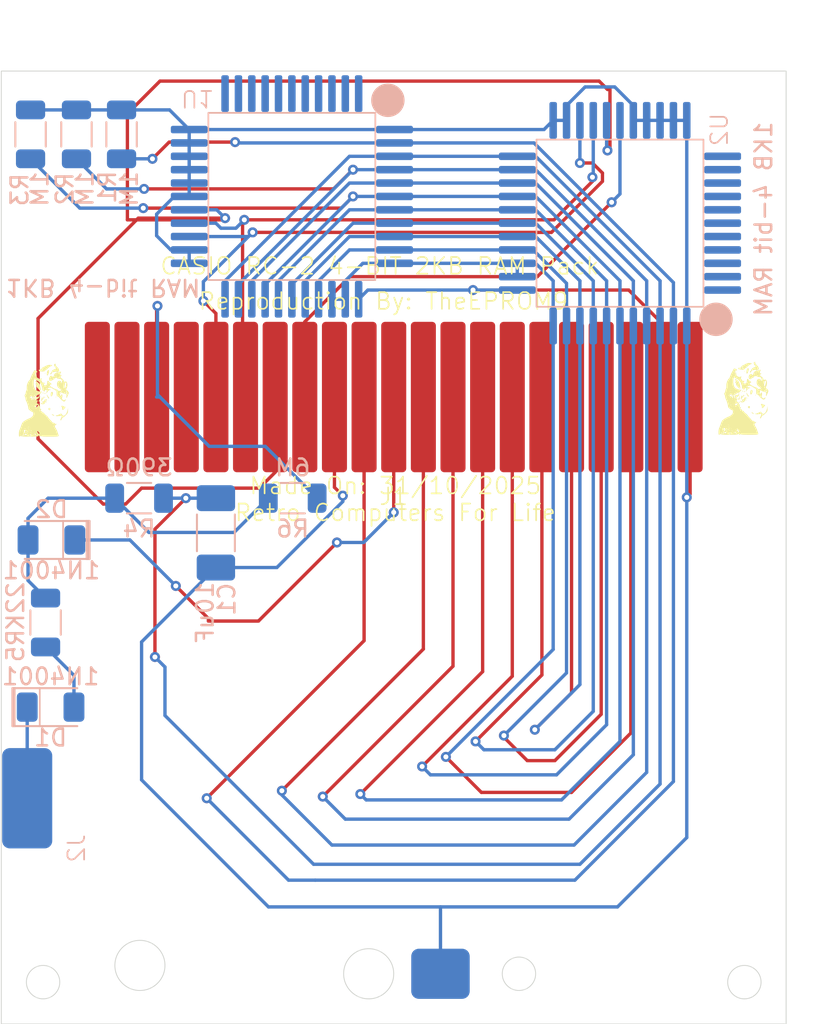
<source format=kicad_pcb>
(kicad_pcb (version 20241229) (generator "pcbnew") (generator_version "9.0")
  (layers (0 "F.Cu" signal) (2 "B.Cu" signal) (13 "F.Paste" user) (15 "B.Paste" user) (5 "F.SilkS" user "F.Silkscreen") (7 "B.SilkS" user "B.Silkscreen") (1 "F.Mask" user) (3 "B.Mask" user) (25 "Edge.Cuts" user))
  (net 0 "")
  (net 1 "Net-(U1-VDD1)")
  (net 2 "Net-(J1-Pin_21)")
  (net 3 "Net-(D1-K)")
  (net 4 "Net-(D1-A)")
  (net 5 "Net-(D2-K)")
  (net 6 "Net-(D2-A)")
  (net 7 "Net-(J1-Pin_13)")
  (net 8 "Net-(J1-Pin_15)")
  (net 9 "Net-(J1-Pin_5)")
  (net 10 "Net-(J1-Pin_17)")
  (net 11 "Net-(J1-Pin_8)")
  (net 12 "Net-(J1-Pin_18)")
  (net 13 "Net-(J1-Pin_20)")
  (net 14 "Net-(J1-Pin_16)")
  (net 15 "Net-(J1-Pin_19)")
  (net 16 "Net-(J1-Pin_3)")
  (net 18 "Net-(J1-Pin_7)")
  (net 19 "Net-(J1-Pin_10)")
  (net 20 "Net-(J1-Pin_14)")
  (net 21 "Net-(J1-Pin_12)")
  (net 24 "Net-(J1-Pin_6)")
  (footprint "Custom_Reto_Chips:Lion_Logo" (layer "F.Cu") (at 102.55 64.661754)
    (property "Reference" "G***" (hide yes))
    (property "Value" "LOGO" (hide yes))
  )
  (footprint "Custom_Reto_Chips:CASIO_RC-2_RAM_Pinheadder" (layer "F.Cu") (at 123.5 69)
    (property "Reference" "J1" (at 0 1.45 0) (layer "F.SilkS") (effects (font (thickness 0.1))))
    (property "Value" "Conn_01x21_Pin" (hide yes))
    (pad "1" smd roundrect (at -17.75 -4.5) (size 1.5 9) (layers "F.Cu" "F.Mask" "F.Paste") (roundrect_rratio 0.15))
    (pad "2" smd roundrect (at -15.975 -4.5) (size 1.5 9) (layers "F.Cu" "F.Mask" "F.Paste") (roundrect_rratio 0.15))
    (pad "3" smd roundrect (at -14.2 -4.5) (size 1.5 9) (layers "F.Cu" "F.Mask" "F.Paste") (roundrect_rratio 0.15) (net 16 "Net-(J1-Pin_3)"))
    (pad "4" smd roundrect (at -12.425 -4.5) (size 1.5 9) (layers "F.Cu" "F.Mask" "F.Paste") (roundrect_rratio 0.15))
    (pad "5" smd roundrect (at -10.65 -4.5) (size 1.5 9) (layers "F.Cu" "F.Mask" "F.Paste") (roundrect_rratio 0.15) (net 9 "Net-(J1-Pin_5)"))
    (pad "6" smd roundrect (at -8.875 -4.5) (size 1.5 9) (layers "F.Cu" "F.Mask" "F.Paste") (roundrect_rratio 0.15) (net 24 "Net-(J1-Pin_6)"))
    (pad "7" smd roundrect (at -7.1 -4.5) (size 1.5 9) (layers "F.Cu" "F.Mask" "F.Paste") (roundrect_rratio 0.15) (net 18 "Net-(J1-Pin_7)"))
    (pad "8" smd roundrect (at -5.325 -4.5) (size 1.5 9) (layers "F.Cu" "F.Mask" "F.Paste") (roundrect_rratio 0.15) (net 11 "Net-(J1-Pin_8)"))
    (pad "9" smd roundrect (at -3.55 -4.5) (size 1.5 9) (layers "F.Cu" "F.Mask" "F.Paste") (roundrect_rratio 0.15) (net 2 "Net-(J1-Pin_21)"))
    (pad "10" smd roundrect (at -1.775 -4.5) (size 1.5 9) (layers "F.Cu" "F.Mask" "F.Paste") (roundrect_rratio 0.15) (net 19 "Net-(J1-Pin_10)"))
    (pad "11" smd roundrect (at 0 -4.5) (size 1.5 9) (layers "F.Cu" "F.Mask" "F.Paste") (roundrect_rratio 0.15) (net 5 "Net-(D2-K)"))
    (pad "12" smd roundrect (at 1.775 -4.5) (size 1.5 9) (layers "F.Cu" "F.Mask" "F.Paste") (roundrect_rratio 0.15) (net 21 "Net-(J1-Pin_12)"))
    (pad "13" smd roundrect (at 3.55 -4.5) (size 1.5 9) (layers "F.Cu" "F.Mask" "F.Paste") (roundrect_rratio 0.15) (net 7 "Net-(J1-Pin_13)"))
    (pad "14" smd roundrect (at 5.325 -4.5) (size 1.5 9) (layers "F.Cu" "F.Mask" "F.Paste") (roundrect_rratio 0.15) (net 20 "Net-(J1-Pin_14)"))
    (pad "15" smd roundrect (at 7.1 -4.5) (size 1.5 9) (layers "F.Cu" "F.Mask" "F.Paste") (roundrect_rratio 0.15) (net 8 "Net-(J1-Pin_15)"))
    (pad "16" smd roundrect (at 8.875 -4.5) (size 1.5 9) (layers "F.Cu" "F.Mask" "F.Paste") (roundrect_rratio 0.15) (net 14 "Net-(J1-Pin_16)"))
    (pad "17" smd roundrect (at 10.65 -4.5) (size 1.5 9) (layers "F.Cu" "F.Mask" "F.Paste") (roundrect_rratio 0.15) (net 10 "Net-(J1-Pin_17)"))
    (pad "18" smd roundrect (at 12.425 -4.5) (size 1.5 9) (layers "F.Cu" "F.Mask" "F.Paste") (roundrect_rratio 0.15) (net 12 "Net-(J1-Pin_18)"))
    (pad "19" smd roundrect (at 14.2 -4.5) (size 1.5 9) (layers "F.Cu" "F.Mask" "F.Paste") (roundrect_rratio 0.15) (net 15 "Net-(J1-Pin_19)"))
    (pad "20" smd roundrect (at 15.975 -4.5) (size 1.5 9) (layers "F.Cu" "F.Mask" "F.Paste") (roundrect_rratio 0.15) (net 13 "Net-(J1-Pin_20)"))
    (pad "21" smd roundrect (at 17.75 -4.5) (size 1.5 9) (layers "F.Cu" "F.Mask" "F.Paste") (roundrect_rratio 0.15) (net 2 "Net-(J1-Pin_21)"))
  )
  (footprint "Custom_Reto_Chips:Lion_Logo" (layer "F.Cu") (at 144.45 64.55)
    (property "Reference" "G***" (hide yes))
    (property "Value" "LOGO" (hide yes))
  )
  (footprint "Resistor_SMD:R_1206_3216Metric" (layer "B.Cu") (at 104.5 48.7875 -90)
    (property "Reference" "R2" (at 3.2625 0.7 90) (layer "B.SilkS") (effects (justify mirror)))
    (property "Value" "1M" (at 3.2625 -0.5 90) (layer "B.SilkS") (effects (justify mirror)))
    (pad "1" smd roundrect (at -1.4625 0 270) (size 1.125 1.75) (layers "B.Cu" "B.Mask" "B.Paste") (roundrect_rratio 0.222222) (net 2 "Net-(J1-Pin_21)"))
    (pad "2" smd roundrect (at 1.4625 0 270) (size 1.125 1.75) (layers "B.Cu" "B.Mask" "B.Paste") (roundrect_rratio 0.222222) (net 21 "Net-(J1-Pin_12)"))
  )
  (footprint "Custom_Reto_Chips:HD61914" (layer "B.Cu") (at 148.55 54.6 -90)
    (property "Reference" "U2" (at -6.1 5.55 90) (layer "B.SilkS") (effects (font (thickness 0.1)) (justify mirror)))
    (property "Value" "~" (hide yes))
    (fp_text user "1KB 4-bit RAM" (at -0.75 2.9 90) (layer "B.SilkS") (effects (justify mirror)))
    (pad "1" smd roundrect (at 5.65 7.5 270) (size 2.2 0.45) (layers "B.Cu" "B.Mask" "B.Paste") (net 2 "Net-(J1-Pin_21)"))
    (pad "2" smd roundrect (at 5.65 8.3 270) (size 2.2 0.45) (layers "B.Cu" "B.Mask" "B.Paste") (net 19 "Net-(J1-Pin_10)"))
    (pad "3" smd roundrect (at 5.65 9.1 270) (size 2.2 0.45) (layers "B.Cu" "B.Mask" "B.Paste") (net 1 "Net-(U1-VDD1)"))
    (pad "4" smd roundrect (at 5.65 9.9 270) (size 2.2 0.45) (layers "B.Cu" "B.Mask" "B.Paste") (net 21 "Net-(J1-Pin_12)"))
    (pad "5" smd roundrect (at 5.65 10.7 270) (size 2.2 0.45) (layers "B.Cu" "B.Mask" "B.Paste") (net 7 "Net-(J1-Pin_13)"))
    (pad "6" smd roundrect (at 5.65 11.5 270) (size 2.2 0.45) (layers "B.Cu" "B.Mask" "B.Paste") (net 20 "Net-(J1-Pin_14)"))
    (pad "7" smd roundrect (at 5.65 12.3 270) (size 2.2 0.45) (layers "B.Cu" "B.Mask" "B.Paste") (net 8 "Net-(J1-Pin_15)"))
    (pad "8" smd roundrect (at 5.65 13.1 270) (size 2.2 0.45) (layers "B.Cu" "B.Mask" "B.Paste") (net 14 "Net-(J1-Pin_16)"))
    (pad "9" smd roundrect (at 5.65 13.9 270) (size 2.2 0.45) (layers "B.Cu" "B.Mask" "B.Paste") (net 10 "Net-(J1-Pin_17)"))
    (pad "10" smd roundrect (at 5.65 14.7 270) (size 2.2 0.45) (layers "B.Cu" "B.Mask" "B.Paste") (net 12 "Net-(J1-Pin_18)"))
    (pad "11" smd roundrect (at 5.65 15.5 270) (size 2.2 0.45) (layers "B.Cu" "B.Mask" "B.Paste") (net 15 "Net-(J1-Pin_19)"))
    (pad "12" smd roundrect (at 3.5 17.65 270) (size 0.45 2.2) (layers "B.Cu" "B.Mask" "B.Paste") (net 13 "Net-(J1-Pin_20)"))
    (pad "13" smd roundrect (at 2.7 17.65 270) (size 0.45 2.2) (layers "B.Cu" "B.Mask" "B.Paste") (net 15 "Net-(J1-Pin_19)"))
    (pad "14" smd roundrect (at 1.9 17.65 270) (size 0.45 2.2) (layers "B.Cu" "B.Mask" "B.Paste") (net 15 "Net-(J1-Pin_19)"))
    (pad "15" smd roundrect (at 1.1 17.65 270) (size 0.45 2.2) (layers "B.Cu" "B.Mask" "B.Paste") (net 12 "Net-(J1-Pin_18)"))
    (pad "16" smd roundrect (at 0.3 17.65 270) (size 0.45 2.2) (layers "B.Cu" "B.Mask" "B.Paste") (net 10 "Net-(J1-Pin_17)"))
    (pad "17" smd roundrect (at -0.5 17.65 270) (size 0.45 2.2) (layers "B.Cu" "B.Mask" "B.Paste") (net 14 "Net-(J1-Pin_16)"))
    (pad "18" smd roundrect (at -1.3 17.65 270) (size 0.45 2.2) (layers "B.Cu" "B.Mask" "B.Paste") (net 8 "Net-(J1-Pin_15)"))
    (pad "19" smd roundrect (at -2.1 17.65 270) (size 0.45 2.2) (layers "B.Cu" "B.Mask" "B.Paste") (net 20 "Net-(J1-Pin_14)"))
    (pad "20" smd roundrect (at -2.9 17.65 270) (size 0.45 2.2) (layers "B.Cu" "B.Mask" "B.Paste") (net 7 "Net-(J1-Pin_13)"))
    (pad "21" smd roundrect (at -3.7 17.65 270) (size 0.45 2.2) (layers "B.Cu" "B.Mask" "B.Paste") (net 21 "Net-(J1-Pin_12)"))
    (pad "22" smd roundrect (at -4.5 17.65 270) (size 0.45 2.2) (layers "B.Cu" "B.Mask" "B.Paste") (net 1 "Net-(U1-VDD1)"))
    (pad "23" smd roundrect (at -6.65 15.5 270) (size 2.2 0.45) (layers "B.Cu" "B.Mask" "B.Paste") (net 2 "Net-(J1-Pin_21)"))
    (pad "24" smd roundrect (at -6.65 14.7 270) (size 2.2 0.45) (layers "B.Cu" "B.Mask" "B.Paste") (net 2 "Net-(J1-Pin_21)"))
    (pad "25" smd roundrect (at -6.65 13.9 270) (size 2.2 0.45) (layers "B.Cu" "B.Mask" "B.Paste") (net 9 "Net-(J1-Pin_5)"))
    (pad "26" smd roundrect (at -6.65 13.1 270) (size 2.2 0.45) (layers "B.Cu" "B.Mask" "B.Paste") (net 24 "Net-(J1-Pin_6)"))
    (pad "27" smd roundrect (at -6.65 12.3 270) (size 2.2 0.45) (layers "B.Cu" "B.Mask" "B.Paste") (net 18 "Net-(J1-Pin_7)"))
    (pad "28" smd roundrect (at -6.65 11.5 270) (size 2.2 0.45) (layers "B.Cu" "B.Mask" "B.Paste") (net 11 "Net-(J1-Pin_8)"))
    (pad "29" smd roundrect (at -6.65 10.7 270) (size 2.2 0.45) (layers "B.Cu" "B.Mask" "B.Paste") (net 2 "Net-(J1-Pin_21)"))
    (pad "30" smd roundrect (at -6.65 9.9 270) (size 2.2 0.45) (layers "B.Cu" "B.Mask" "B.Paste") (net 2 "Net-(J1-Pin_21)"))
    (pad "31" smd roundrect (at -6.65 9.1 270) (size 2.2 0.45) (layers "B.Cu" "B.Mask" "B.Paste") (net 2 "Net-(J1-Pin_21)"))
    (pad "32" smd roundrect (at -6.65 8.3 270) (size 2.2 0.45) (layers "B.Cu" "B.Mask" "B.Paste") (net 2 "Net-(J1-Pin_21)"))
    (pad "33" smd roundrect (at -6.65 7.5 270) (size 2.2 0.45) (layers "B.Cu" "B.Mask" "B.Paste") (net 2 "Net-(J1-Pin_21)"))
    (pad "34" smd roundrect (at -4.5 5.35 270) (size 0.45 2.2) (layers "B.Cu" "B.Mask" "B.Paste"))
    (pad "35" smd roundrect (at -3.7 5.35 270) (size 0.45 2.2) (layers "B.Cu" "B.Mask" "B.Paste"))
    (pad "36" smd roundrect (at -2.9 5.35 270) (size 0.45 2.2) (layers "B.Cu" "B.Mask" "B.Paste"))
    (pad "37" smd roundrect (at -2.1 5.35 270) (size 0.45 2.2) (layers "B.Cu" "B.Mask" "B.Paste"))
    (pad "38" smd roundrect (at -1.3 5.35 270) (size 0.45 2.2) (layers "B.Cu" "B.Mask" "B.Paste"))
    (pad "39" smd roundrect (at -0.5 5.35 270) (size 0.45 2.2) (layers "B.Cu" "B.Mask" "B.Paste"))
    (pad "40" smd roundrect (at 0.3 5.35 270) (size 0.45 2.2) (layers "B.Cu" "B.Mask" "B.Paste"))
    (pad "41" smd roundrect (at 1.1 5.35 270) (size 0.45 2.2) (layers "B.Cu" "B.Mask" "B.Paste"))
    (pad "42" smd roundrect (at 1.9 5.35 270) (size 0.45 2.2) (layers "B.Cu" "B.Mask" "B.Paste"))
    (pad "43" smd roundrect (at 2.7 5.35 270) (size 0.45 2.2) (layers "B.Cu" "B.Mask" "B.Paste"))
    (pad "44" smd roundrect (at 3.5 5.35 270) (size 0.45 2.2) (layers "B.Cu" "B.Mask" "B.Paste"))
  )
  (footprint "Diode_SMD:D_1206_3216Metric" (layer "B.Cu") (at 103 73.05 180)
    (property "Reference" "D2" (at 0 1.83 0) (layer "B.SilkS") (effects (justify mirror)))
    (property "Value" "1N4001" (at 0 -1.83 0) (layer "B.SilkS") (effects (justify mirror)))
    (pad "1" smd roundrect (at -1.4 0 180) (size 1.25 1.75) (layers "B.Cu" "B.Mask" "B.Paste") (roundrect_rratio 0.2) (net 5 "Net-(D2-K)"))
    (pad "2" smd roundrect (at 1.4 0 180) (size 1.25 1.75) (layers "B.Cu" "B.Mask" "B.Paste") (roundrect_rratio 0.2) (net 6 "Net-(D2-A)"))
  )
  (footprint "Resistor_SMD:R_1206_3216Metric" (layer "B.Cu") (at 117.45 70.55)
    (property "Reference" "R6" (at 0 1.83 180) (layer "B.SilkS") (effects (justify mirror)))
    (property "Value" "6M" (at 0 -1.83 180) (layer "B.SilkS") (effects (justify mirror)))
    (pad "1" smd roundrect (at -1.4625 0) (size 1.125 1.75) (layers "B.Cu" "B.Mask" "B.Paste") (roundrect_rratio 0.222222) (net 6 "Net-(D2-A)"))
    (pad "2" smd roundrect (at 1.4625 0) (size 1.125 1.75) (layers "B.Cu" "B.Mask" "B.Paste") (roundrect_rratio 0.222222) (net 16 "Net-(J1-Pin_3)"))
  )
  (footprint "Resistor_SMD:R_1206_3216Metric" (layer "B.Cu") (at 108.25 70.55)
    (property "Reference" "R4" (at 0 1.83 180) (layer "B.SilkS") (effects (justify mirror)))
    (property "Value" "390Ω" (at 0 -1.83 180) (layer "B.SilkS") (effects (justify mirror)))
    (pad "1" smd roundrect (at -1.4625 0) (size 1.125 1.75) (layers "B.Cu" "B.Mask" "B.Paste") (roundrect_rratio 0.222222) (net 6 "Net-(D2-A)"))
    (pad "2" smd roundrect (at 1.4625 0) (size 1.125 1.75) (layers "B.Cu" "B.Mask" "B.Paste") (roundrect_rratio 0.222222) (net 1 "Net-(U1-VDD1)"))
  )
  (footprint "Diode_SMD:D_1206_3216Metric" (layer "B.Cu") (at 102.95 83.05)
    (property "Reference" "D1" (at 0 1.83 0) (layer "B.SilkS") (effects (justify mirror)))
    (property "Value" "1N4001" (at 0 -1.83 0) (layer "B.SilkS") (effects (justify mirror)))
    (pad "1" smd roundrect (at -1.4 0) (size 1.25 1.75) (layers "B.Cu" "B.Mask" "B.Paste") (roundrect_rratio 0.2) (net 3 "Net-(D1-K)"))
    (pad "2" smd roundrect (at 1.4 0) (size 1.25 1.75) (layers "B.Cu" "B.Mask" "B.Paste") (roundrect_rratio 0.2) (net 4 "Net-(D1-A)"))
  )
  (footprint "Capacitor_SMD:C_1808_4520Metric" (layer "B.Cu") (at 112.85 72.625 90)
    (property "Reference" "C1" (at -3.975 0.65 90) (layer "B.SilkS") (effects (justify mirror)))
    (property "Value" "10uF" (at -4.775 -0.65 90) (layer "B.SilkS") (effects (justify mirror)))
    (pad "1" smd roundrect (at -2.075 0 90) (size 1.55 2.3) (layers "B.Cu" "B.Mask" "B.Paste") (roundrect_rratio 0.16129) (net 2 "Net-(J1-Pin_21)"))
    (pad "2" smd roundrect (at 2.075 0 90) (size 1.55 2.3) (layers "B.Cu" "B.Mask" "B.Paste") (roundrect_rratio 0.16129) (net 1 "Net-(U1-VDD1)"))
  )
  (footprint "Resistor_SMD:R_1206_3216Metric" (layer "B.Cu") (at 107.2 48.7875 -90)
    (property "Reference" "R1" (at 3.1625 0.85 90) (layer "B.SilkS") (effects (justify mirror)))
    (property "Value" "1M" (at 3.2625 -0.45 90) (layer "B.SilkS") (effects (justify mirror)))
    (pad "1" smd roundrect (at -1.4625 0 270) (size 1.125 1.75) (layers "B.Cu" "B.Mask" "B.Paste") (roundrect_rratio 0.222222) (net 2 "Net-(J1-Pin_21)"))
    (pad "2" smd roundrect (at 1.4625 0 270) (size 1.125 1.75) (layers "B.Cu" "B.Mask" "B.Paste") (roundrect_rratio 0.222222) (net 19 "Net-(J1-Pin_10)"))
  )
  (footprint "Resistor_SMD:R_1206_3216Metric" (layer "B.Cu") (at 101.75 48.7875 -90)
    (property "Reference" "R3" (at 3.3125 0.65 90) (layer "B.SilkS") (effects (justify mirror)))
    (property "Value" "1M" (at 3.2625 -0.55 90) (layer "B.SilkS") (effects (justify mirror)))
    (pad "1" smd roundrect (at -1.4625 0 270) (size 1.125 1.75) (layers "B.Cu" "B.Mask" "B.Paste") (roundrect_rratio 0.222222) (net 2 "Net-(J1-Pin_21)"))
    (pad "2" smd roundrect (at 1.4625 0 270) (size 1.125 1.75) (layers "B.Cu" "B.Mask" "B.Paste") (roundrect_rratio 0.222222) (net 20 "Net-(J1-Pin_14)"))
  )
  (footprint "Custom_Reto_Chips:CR2023_Battery_Terminal" (layer "B.Cu") (at 131.55 91.5 -90)
    (property "Reference" "J2" (at 0 27.05 90) (layer "B.SilkS") (effects (font (thickness 0.1)) (justify mirror)))
    (property "Value" "Conn_01x02_Pin" (hide yes))
    (pad "1" smd roundrect (at 7.5 5.25 270) (size 3 3.5) (layers "B.Cu" "B.Mask" "B.Paste") (roundrect_rratio 0.15) (net 2 "Net-(J1-Pin_21)"))
    (pad "2" smd roundrect (at -3 30 270) (size 6 3) (layers "B.Cu" "B.Mask" "B.Paste") (roundrect_rratio 0.15) (net 3 "Net-(D1-K)"))
  )
  (footprint "Resistor_SMD:R_1206_3216Metric" (layer "B.Cu") (at 102.65 77.9875 90)
    (property "Reference" "R5" (at -1.3875 -1.8 90) (layer "B.SilkS") (effects (justify mirror)))
    (property "Value" "22K" (at 0.9625 -1.8 90) (layer "B.SilkS") (effects (justify mirror)))
    (pad "1" smd roundrect (at -1.4625 0 90) (size 1.125 1.75) (layers "B.Cu" "B.Mask" "B.Paste") (roundrect_rratio 0.222222) (net 4 "Net-(D1-A)"))
    (pad "2" smd roundrect (at 1.4625 0 90) (size 1.125 1.75) (layers "B.Cu" "B.Mask" "B.Paste") (roundrect_rratio 0.222222) (net 6 "Net-(D2-A)"))
  )
  (footprint "Custom_Reto_Chips:HD61914" (layer "B.Cu") (at 117.9 41)
    (property "Reference" "U1" (at -6.15 5.65 180) (layer "B.SilkS") (effects (font (thickness 0.1)) (justify mirror)))
    (property "Value" "~" (hide yes))
    (fp_text user "1KB 4-bit RAM" (at -11.8 16.95 180) (layer "B.SilkS") (effects (justify mirror)))
    (pad "1" smd roundrect (at 5.65 7.5) (size 2.2 0.45) (layers "B.Cu" "B.Mask" "B.Paste") (net 2 "Net-(J1-Pin_21)"))
    (pad "2" smd roundrect (at 5.65 8.3) (size 2.2 0.45) (layers "B.Cu" "B.Mask" "B.Paste") (net 19 "Net-(J1-Pin_10)"))
    (pad "3" smd roundrect (at 5.65 9.1) (size 2.2 0.45) (layers "B.Cu" "B.Mask" "B.Paste") (net 1 "Net-(U1-VDD1)"))
    (pad "4" smd roundrect (at 5.65 9.9) (size 2.2 0.45) (layers "B.Cu" "B.Mask" "B.Paste") (net 21 "Net-(J1-Pin_12)"))
    (pad "5" smd roundrect (at 5.65 10.7) (size 2.2 0.45) (layers "B.Cu" "B.Mask" "B.Paste") (net 7 "Net-(J1-Pin_13)"))
    (pad "6" smd roundrect (at 5.65 11.5) (size 2.2 0.45) (layers "B.Cu" "B.Mask" "B.Paste") (net 20 "Net-(J1-Pin_14)"))
    (pad "7" smd roundrect (at 5.65 12.3) (size 2.2 0.45) (layers "B.Cu" "B.Mask" "B.Paste") (net 8 "Net-(J1-Pin_15)"))
    (pad "8" smd roundrect (at 5.65 13.1) (size 2.2 0.45) (layers "B.Cu" "B.Mask" "B.Paste") (net 14 "Net-(J1-Pin_16)"))
    (pad "9" smd roundrect (at 5.65 13.9) (size 2.2 0.45) (layers "B.Cu" "B.Mask" "B.Paste") (net 10 "Net-(J1-Pin_17)"))
    (pad "10" smd roundrect (at 5.65 14.7) (size 2.2 0.45) (layers "B.Cu" "B.Mask" "B.Paste") (net 12 "Net-(J1-Pin_18)"))
    (pad "11" smd roundrect (at 5.65 15.5) (size 2.2 0.45) (layers "B.Cu" "B.Mask" "B.Paste") (net 15 "Net-(J1-Pin_19)"))
    (pad "12" smd roundrect (at 3.5 17.65) (size 0.45 2.2) (layers "B.Cu" "B.Mask" "B.Paste") (net 13 "Net-(J1-Pin_20)"))
    (pad "13" smd roundrect (at 2.7 17.65) (size 0.45 2.2) (layers "B.Cu" "B.Mask" "B.Paste") (net 15 "Net-(J1-Pin_19)"))
    (pad "14" smd roundrect (at 1.9 17.65) (size 0.45 2.2) (layers "B.Cu" "B.Mask" "B.Paste") (net 15 "Net-(J1-Pin_19)"))
    (pad "15" smd roundrect (at 1.1 17.65) (size 0.45 2.2) (layers "B.Cu" "B.Mask" "B.Paste") (net 12 "Net-(J1-Pin_18)"))
    (pad "16" smd roundrect (at 0.3 17.65) (size 0.45 2.2) (layers "B.Cu" "B.Mask" "B.Paste") (net 10 "Net-(J1-Pin_17)"))
    (pad "17" smd roundrect (at -0.5 17.65) (size 0.45 2.2) (layers "B.Cu" "B.Mask" "B.Paste") (net 14 "Net-(J1-Pin_16)"))
    (pad "18" smd roundrect (at -1.3 17.65) (size 0.45 2.2) (layers "B.Cu" "B.Mask" "B.Paste") (net 8 "Net-(J1-Pin_15)"))
    (pad "19" smd roundrect (at -2.1 17.65) (size 0.45 2.2) (layers "B.Cu" "B.Mask" "B.Paste") (net 20 "Net-(J1-Pin_14)"))
    (pad "20" smd roundrect (at -2.9 17.65) (size 0.45 2.2) (layers "B.Cu" "B.Mask" "B.Paste") (net 7 "Net-(J1-Pin_13)"))
    (pad "21" smd roundrect (at -3.7 17.65) (size 0.45 2.2) (layers "B.Cu" "B.Mask" "B.Paste") (net 21 "Net-(J1-Pin_12)"))
    (pad "22" smd roundrect (at -4.5 17.65) (size 0.45 2.2) (layers "B.Cu" "B.Mask" "B.Paste") (net 1 "Net-(U1-VDD1)"))
    (pad "23" smd roundrect (at -6.65 15.5) (size 2.2 0.45) (layers "B.Cu" "B.Mask" "B.Paste") (net 2 "Net-(J1-Pin_21)"))
    (pad "24" smd roundrect (at -6.65 14.7) (size 2.2 0.45) (layers "B.Cu" "B.Mask" "B.Paste") (net 2 "Net-(J1-Pin_21)"))
    (pad "25" smd roundrect (at -6.65 13.9) (size 2.2 0.45) (layers "B.Cu" "B.Mask" "B.Paste") (net 9 "Net-(J1-Pin_5)"))
    (pad "26" smd roundrect (at -6.65 13.1) (size 2.2 0.45) (layers "B.Cu" "B.Mask" "B.Paste") (net 24 "Net-(J1-Pin_6)"))
    (pad "27" smd roundrect (at -6.65 12.3) (size 2.2 0.45) (layers "B.Cu" "B.Mask" "B.Paste") (net 18 "Net-(J1-Pin_7)"))
    (pad "28" smd roundrect (at -6.65 11.5) (size 2.2 0.45) (layers "B.Cu" "B.Mask" "B.Paste") (net 2 "Net-(J1-Pin_21)"))
    (pad "29" smd roundrect (at -6.65 10.7) (size 2.2 0.45) (layers "B.Cu" "B.Mask" "B.Paste") (net 2 "Net-(J1-Pin_21)"))
    (pad "30" smd roundrect (at -6.65 9.9) (size 2.2 0.45) (layers "B.Cu" "B.Mask" "B.Paste") (net 2 "Net-(J1-Pin_21)"))
    (pad "31" smd roundrect (at -6.65 9.1) (size 2.2 0.45) (layers "B.Cu" "B.Mask" "B.Paste") (net 2 "Net-(J1-Pin_21)"))
    (pad "32" smd roundrect (at -6.65 8.3) (size 2.2 0.45) (layers "B.Cu" "B.Mask" "B.Paste") (net 2 "Net-(J1-Pin_21)"))
    (pad "33" smd roundrect (at -6.65 7.5) (size 2.2 0.45) (layers "B.Cu" "B.Mask" "B.Paste") (net 2 "Net-(J1-Pin_21)"))
    (pad "34" smd roundrect (at -4.5 5.35) (size 0.45 2.2) (layers "B.Cu" "B.Mask" "B.Paste"))
    (pad "35" smd roundrect (at -3.7 5.35) (size 0.45 2.2) (layers "B.Cu" "B.Mask" "B.Paste"))
    (pad "36" smd roundrect (at -2.9 5.35) (size 0.45 2.2) (layers "B.Cu" "B.Mask" "B.Paste"))
    (pad "37" smd roundrect (at -2.1 5.35) (size 0.45 2.2) (layers "B.Cu" "B.Mask" "B.Paste"))
    (pad "38" smd roundrect (at -1.3 5.35) (size 0.45 2.2) (layers "B.Cu" "B.Mask" "B.Paste"))
    (pad "39" smd roundrect (at -0.5 5.35) (size 0.45 2.2) (layers "B.Cu" "B.Mask" "B.Paste"))
    (pad "40" smd roundrect (at 0.3 5.35) (size 0.45 2.2) (layers "B.Cu" "B.Mask" "B.Paste"))
    (pad "41" smd roundrect (at 1.1 5.35) (size 0.45 2.2) (layers "B.Cu" "B.Mask" "B.Paste"))
    (pad "42" smd roundrect (at 1.9 5.35) (size 0.45 2.2) (layers "B.Cu" "B.Mask" "B.Paste"))
    (pad "43" smd roundrect (at 2.7 5.35) (size 0.45 2.2) (layers "B.Cu" "B.Mask" "B.Paste"))
    (pad "44" smd roundrect (at 3.5 5.35) (size 0.45 2.2) (layers "B.Cu" "B.Mask" "B.Paste"))
  )
  (gr_line (start 105.2 71.9) (end 105.2 74.2) (stroke (width 0.1)) (layer "B.SilkS"))
  (gr_line (start 100.7 84.2) (end 100.7 81.9) (stroke (width 0.1)) (layer "B.SilkS"))
  (gr_line (start 105.1 74.2) (end 105.1 71.9) (stroke (width 0.1)) (layer "B.SilkS"))
  (gr_line (start 100.8 81.9) (end 100.8 84.2) (stroke (width 0.1)) (layer "B.SilkS"))
  (gr_line (start 105.2 74.2) (end 105.1 74.2) (stroke (width 0.1)) (layer "B.SilkS"))
  (gr_line (start 102.3 81.9) (end 102.3 84.2) (stroke (width 0.1)) (layer "B.SilkS"))
  (gr_line (start 103.7 74.2) (end 103.7 71.9) (stroke (width 0.1)) (layer "B.SilkS"))
  (gr_line (start 100.8 84.2) (end 100.7 84.2) (stroke (width 0.1)) (layer "B.SilkS"))
  (gr_circle (center 131 99) (end 131.8 99.6) (stroke (width 0.05)) (fill no) (layer "Edge.Cuts"))
  (gr_circle (center 108.3 98.5) (end 109.5 99.4) (stroke (width 0.05)) (fill no) (layer "Edge.Cuts"))
  (gr_circle (center 122 99) (end 123.2 99.9) (stroke (width 0.05)) (fill no) (layer "Edge.Cuts"))
  (gr_circle (center 102.5 99.5) (end 103.3 100.1) (stroke (width 0.05)) (fill no) (layer "Edge.Cuts"))
  (gr_circle (center 144.5 99.5) (end 145.3 100.1) (stroke (width 0.05)) (fill no) (layer "Edge.Cuts"))
  (gr_rect (start 100 45) (end 147 102) (stroke (width 0.05)) (fill no) (layer "Edge.Cuts"))
  (gr_text "Reproduction By: TheEPROM9" (at 111.75 59.35 0) (layer "F.SilkS") (effects (font (size 1 1) (thickness 0.1)) (justify left bottom)))
  (gr_text "CASIO RC-2 4-BIT 2KB RAM Pack" (at 109.45 57.25 0) (layer "F.SilkS") (effects (font (size 1 1) (thickness 0.1)) (justify left bottom)))
  (gr_text "Made On: 31/10/2025\nRetro Computers For Life" (at 123.6 72 0) (layer "F.SilkS") (effects (font (size 1 1) (thickness 0.1)) (justify bottom)))
  (segment (start 109.2 72.4) (end 111.05 70.55) (width 0.2) (layer "F.Cu") (net 1))
  (segment (start 109.2 80.05) (end 109.2 72.4) (width 0.2) (layer "F.Cu") (net 1))
  (via (at 109.2 80.05) (size 0.6) (drill 0.3) (layers "F.Cu" "B.Cu") (net 1))
  (via (at 111.05 70.55) (size 0.6) (drill 0.3) (layers "F.Cu" "B.Cu") (net 1))
  (segment (start 120.850001 50.1) (end 113.4 57.550001) (width 0.2) (layer "B.Cu") (net 1))
  (segment (start 130.9 50.1) (end 123.55 50.1) (width 0.2) (layer "B.Cu") (net 1))
  (segment (start 111.05 70.55) (end 112.85 70.55) (width 0.2) (layer "B.Cu") (net 1))
  (segment (start 134.65 92.45) (end 118.7 92.45) (width 0.2) (layer "B.Cu") (net 1))
  (segment (start 139.45 87.65) (end 134.65 92.45) (width 0.2) (layer "B.Cu") (net 1))
  (segment (start 109.8 83.55) (end 109.8 80.65) (width 0.2) (layer "B.Cu") (net 1))
  (segment (start 139.45 57.550001) (end 139.45 60.25) (width 0.2) (layer "B.Cu") (net 1))
  (segment (start 118.7 92.45) (end 109.8 83.55) (width 0.2) (layer "B.Cu") (net 1))
  (segment (start 139.45 60.25) (end 139.45 87.65) (width 0.2) (layer "B.Cu") (net 1))
  (segment (start 123.55 50.1) (end 120.850001 50.1) (width 0.2) (layer "B.Cu") (net 1))
  (segment (start 109.8 80.65) (end 109.2 80.05) (width 0.2) (layer "B.Cu") (net 1))
  (segment (start 109.7125 70.55) (end 111.05 70.55) (width 0.2) (layer "B.Cu") (net 1))
  (segment (start 130.9 50.1) (end 131.999999 50.1) (width 0.2) (layer "B.Cu") (net 1))
  (segment (start 113.4 57.550001) (end 113.4 58.65) (width 0.2) (layer "B.Cu") (net 1))
  (segment (start 131.999999 50.1) (end 139.45 57.550001) (width 0.2) (layer "B.Cu") (net 1))
  (segment (start 141.05 70.5) (end 141.25 70.3) (width 0.2) (layer "F.Cu") (net 2))
  (segment (start 120.45 70.4) (end 119.95 69.9) (width 0.2) (layer "F.Cu") (net 2))
  (segment (start 119.95 69.9) (end 119.95 64.5) (width 0.2) (layer "F.Cu") (net 2))
  (segment (start 141.25 70.3) (end 141.25 64.5) (width 0.2) (layer "F.Cu") (net 2))
  (via (at 120.45 70.4) (size 0.6) (drill 0.3) (layers "F.Cu" "B.Cu") (net 2))
  (via (at 141.05 70.5) (size 0.6) (drill 0.3) (layers "F.Cu" "B.Cu") (net 2))
  (segment (start 136.9 95) (end 141.05 90.85) (width 0.2) (layer "B.Cu") (net 2))
  (segment (start 108.4 87.4) (end 116 95) (width 0.2) (layer "B.Cu") (net 2))
  (segment (start 116.5 74.7) (end 120.45 70.75) (width 0.2) (layer "B.Cu") (net 2))
  (segment (start 116 95) (end 126.3 95) (width 0.2) (layer "B.Cu") (net 2))
  (segment (start 107.2 47.325) (end 110.075 47.325) (width 0.2) (layer "B.Cu") (net 2))
  (segment (start 111.25 48.5) (end 111.25 52.5) (width 0.2) (layer "B.Cu") (net 2))
  (segment (start 101.75 47.325) (end 107.2 47.325) (width 0.2) (layer "B.Cu") (net 2))
  (segment (start 108.4 79.15) (end 108.4 87.4) (width 0.2) (layer "B.Cu") (net 2))
  (segment (start 126.3 95) (end 136.9 95) (width 0.2) (layer "B.Cu") (net 2))
  (segment (start 123.55 48.5) (end 111.25 48.5) (width 0.2) (layer "B.Cu") (net 2))
  (segment (start 141.05 47.95) (end 137.85 47.95) (width 0.2) (layer "B.Cu") (net 2))
  (segment (start 112.85 74.7) (end 108.4 79.15) (width 0.2) (layer "B.Cu") (net 2))
  (segment (start 120.45 70.75) (end 120.45 70.4) (width 0.2) (layer "B.Cu") (net 2))
  (segment (start 109.3 54.849999) (end 110.150001 55.7) (width 0.2) (layer "B.Cu") (net 2))
  (segment (start 133.05 47.95) (end 133.85 47.95) (width 0.2) (layer "B.Cu") (net 2))
  (segment (start 137.85 47.062106) (end 137.85 47.95) (width 0.2) (layer "B.Cu") (net 2))
  (segment (start 133.85 47.95) (end 133.85 47.062106) (width 0.2) (layer "B.Cu") (net 2))
  (segment (start 110.075 47.325) (end 111.25 48.5) (width 0.2) (layer "B.Cu") (net 2))
  (segment (start 134.962106 45.95) (end 136.737894 45.95) (width 0.2) (layer "B.Cu") (net 2))
  (segment (start 110.362106 52.5) (end 109.3 53.562106) (width 0.2) (layer "B.Cu") (net 2))
  (segment (start 141.05 60.25) (end 141.05 70.5) (width 0.2) (layer "B.Cu") (net 2))
  (segment (start 111.25 52.5) (end 110.362106 52.5) (width 0.2) (layer "B.Cu") (net 2))
  (segment (start 110.150001 55.7) (end 111.25 55.7) (width 0.2) (layer "B.Cu") (net 2))
  (segment (start 141.05 90.85) (end 141.05 70.5) (width 0.2) (layer "B.Cu") (net 2))
  (segment (start 136.737894 45.95) (end 137.85 47.062106) (width 0.2) (layer "B.Cu") (net 2))
  (segment (start 132.5 48.5) (end 123.55 48.5) (width 0.2) (layer "B.Cu") (net 2))
  (segment (start 112.85 74.7) (end 116.5 74.7) (width 0.2) (layer "B.Cu") (net 2))
  (segment (start 126.3 99) (end 126.3 95) (width 0.2) (layer "B.Cu") (net 2))
  (segment (start 111.25 55.7) (end 111.25 56.5) (width 0.2) (layer "B.Cu") (net 2))
  (segment (start 141.05 60.25) (end 141.05 47.95) (width 0.2) (layer "B.Cu") (net 2))
  (segment (start 109.3 53.562106) (end 109.3 54.849999) (width 0.2) (layer "B.Cu") (net 2))
  (segment (start 133.05 47.95) (end 132.5 48.5) (width 0.2) (layer "B.Cu") (net 2))
  (segment (start 133.85 47.062106) (end 134.962106 45.95) (width 0.2) (layer "B.Cu") (net 2))
  (segment (start 101.55 88.5) (end 101.55 83.05) (width 0.2) (layer "B.Cu") (net 3))
  (segment (start 104.35 83.05) (end 104.35 81.15) (width 0.2) (layer "B.Cu") (net 4))
  (segment (start 104.35 81.15) (end 102.65 79.45) (width 0.2) (layer "B.Cu") (net 4))
  (segment (start 123.5 71.4) (end 123.5 64.5) (width 0.2) (layer "F.Cu") (net 5))
  (segment (start 112.4 77.75) (end 112.4 77.9) (width 0.2) (layer "F.Cu") (net 5))
  (segment (start 115.4 77.9) (end 120.1 73.2) (width 0.2) (layer "F.Cu") (net 5))
  (segment (start 112.4 77.9) (end 115.4 77.9) (width 0.2) (layer "F.Cu") (net 5))
  (segment (start 110.45 75.8) (end 112.4 77.75) (width 0.2) (layer "F.Cu") (net 5))
  (via (at 123.5 71.4) (size 0.6) (drill 0.3) (layers "F.Cu" "B.Cu") (net 5))
  (via (at 120.1 73.2) (size 0.6) (drill 0.3) (layers "F.Cu" "B.Cu") (net 5))
  (via (at 110.45 75.8) (size 0.6) (drill 0.3) (layers "F.Cu" "B.Cu") (net 5))
  (segment (start 120.1 73.2) (end 121.7 73.2) (width 0.2) (layer "B.Cu") (net 5))
  (segment (start 121.7 73.2) (end 123.5 71.4) (width 0.2) (layer "B.Cu") (net 5))
  (segment (start 104.4 73.05) (end 107.7 73.05) (width 0.2) (layer "B.Cu") (net 5))
  (segment (start 107.7 73.05) (end 110.45 75.8) (width 0.2) (layer "B.Cu") (net 5))
  (segment (start 101.6 71.75) (end 102.8 70.55) (width 0.2) (layer "B.Cu") (net 6))
  (segment (start 113.9375 72.6) (end 108.8375 72.6) (width 0.2) (layer "B.Cu") (net 6))
  (segment (start 115.9875 70.55) (end 113.9375 72.6) (width 0.2) (layer "B.Cu") (net 6))
  (segment (start 101.6 73.05) (end 101.6 71.75) (width 0.2) (layer "B.Cu") (net 6))
  (segment (start 101.6 75.475) (end 101.6 73.05) (width 0.2) (layer "B.Cu") (net 6))
  (segment (start 102.65 76.525) (end 101.6 75.475) (width 0.2) (layer "B.Cu") (net 6))
  (segment (start 108.8375 72.6) (end 106.7875 70.55) (width 0.2) (layer "B.Cu") (net 6))
  (segment (start 102.8 70.55) (end 106.7875 70.55) (width 0.2) (layer "B.Cu") (net 6))
  (segment (start 127.05 80.6) (end 127.05 64.5) (width 0.2) (layer "F.Cu") (net 7))
  (segment (start 119.25 88.4) (end 127.05 80.6) (width 0.2) (layer "F.Cu") (net 7))
  (via (at 119.25 88.4) (size 0.6) (drill 0.3) (layers "F.Cu" "B.Cu") (net 7))
  (segment (start 137.85 60.25) (end 137.85 85.9) (width 0.2) (layer "B.Cu") (net 7))
  (segment (start 131.999999 51.7) (end 137.85 57.550001) (width 0.2) (layer "B.Cu") (net 7))
  (segment (start 137.85 85.9) (end 134 89.75) (width 0.2) (layer "B.Cu") (net 7))
  (segment (start 123.55 51.7) (end 120.850001 51.7) (width 0.2) (layer "B.Cu") (net 7))
  (segment (start 120.850001 51.7) (end 115 57.550001) (width 0.2) (layer "B.Cu") (net 7))
  (segment (start 134 89.75) (end 120.6 89.75) (width 0.2) (layer "B.Cu") (net 7))
  (segment (start 120.6 89.75) (end 119.25 88.4) (width 0.2) (layer "B.Cu") (net 7))
  (segment (start 130.9 51.7) (end 131.999999 51.7) (width 0.2) (layer "B.Cu") (net 7))
  (segment (start 137.85 57.550001) (end 137.85 60.25) (width 0.2) (layer "B.Cu") (net 7))
  (segment (start 115 57.550001) (end 115 58.65) (width 0.2) (layer "B.Cu") (net 7))
  (segment (start 130.9 51.7) (end 123.55 51.7) (width 0.2) (layer "B.Cu") (net 7))
  (segment (start 130.6 81.2) (end 130.6 64.5) (width 0.2) (layer "F.Cu") (net 8))
  (segment (start 125.2 86.6) (end 130.6 81.2) (width 0.2) (layer "F.Cu") (net 8))
  (via (at 125.2 86.6) (size 0.6) (drill 0.3) (layers "F.Cu" "B.Cu") (net 8))
  (segment (start 136.25 57.550001) (end 136.25 60.25) (width 0.2) (layer "B.Cu") (net 8))
  (segment (start 133.25 87.1) (end 125.7 87.1) (width 0.2) (layer "B.Cu") (net 8))
  (segment (start 125.7 87.1) (end 125.2 86.6) (width 0.2) (layer "B.Cu") (net 8))
  (segment (start 123.55 53.3) (end 120.850001 53.3) (width 0.2) (layer "B.Cu") (net 8))
  (segment (start 116.6 57.550001) (end 116.6 58.65) (width 0.2) (layer "B.Cu") (net 8))
  (segment (start 120.850001 53.3) (end 116.6 57.550001) (width 0.2) (layer "B.Cu") (net 8))
  (segment (start 130.9 53.3) (end 131.999999 53.3) (width 0.2) (layer "B.Cu") (net 8))
  (segment (start 136.25 84.1) (end 133.25 87.1) (width 0.2) (layer "B.Cu") (net 8))
  (segment (start 131.999999 53.3) (end 136.25 57.550001) (width 0.2) (layer "B.Cu") (net 8))
  (segment (start 136.25 60.25) (end 136.25 84.1) (width 0.2) (layer "B.Cu") (net 8))
  (segment (start 130.9 53.3) (end 123.55 53.3) (width 0.2) (layer "B.Cu") (net 8))
  (segment (start 115.05 54.65) (end 132.949943 54.65) (width 0.2) (layer "F.Cu") (net 9))
  (segment (start 136.001 51.598943) (end 136.001 51.101057) (width 0.2) (layer "F.Cu") (net 9))
  (segment (start 132.949943 54.65) (end 136.001 51.598943) (width 0.2) (layer "F.Cu") (net 9))
  (segment (start 135.399943 50.5) (end 134.65 50.5) (width 0.2) (layer "F.Cu") (net 9))
  (segment (start 112.85 59.5) (end 112.85 64.5) (width 0.2) (layer "F.Cu") (net 9))
  (segment (start 112.1 58.75) (end 112.85 59.5) (width 0.2) (layer "F.Cu") (net 9))
  (segment (start 136.001 51.101057) (end 135.399943 50.5) (width 0.2) (layer "F.Cu") (net 9))
  (via (at 112.1 58.75) (size 0.6) (drill 0.3) (layers "F.Cu" "B.Cu") (net 9))
  (via (at 115.05 54.65) (size 0.6) (drill 0.3) (layers "F.Cu" "B.Cu") (net 9))
  (via (at 134.65 50.5) (size 0.6) (drill 0.3) (layers "F.Cu" "B.Cu") (net 9))
  (segment (start 111.25 54.9) (end 114.8 54.9) (width 0.2) (layer "B.Cu") (net 9))
  (segment (start 112.1 57.6) (end 112.1 58.75) (width 0.2) (layer "B.Cu") (net 9))
  (segment (start 115.05 54.65) (end 112.1 57.6) (width 0.2) (layer "B.Cu") (net 9))
  (segment (start 134.65 50.5) (end 134.65 47.95) (width 0.2) (layer "B.Cu") (net 9))
  (segment (start 114.8 54.9) (end 115.05 54.65) (width 0.2) (layer "B.Cu") (net 9))
  (segment (start 134.15 82.2) (end 134.15 64.5) (width 0.2) (layer "F.Cu") (net 10))
  (segment (start 131.95 84.4) (end 134.15 82.2) (width 0.2) (layer "F.Cu") (net 10))
  (via (at 131.95 84.4) (size 0.6) (drill 0.3) (layers "F.Cu" "B.Cu") (net 10))
  (segment (start 131.999999 54.9) (end 134.65 57.550001) (width 0.2) (layer "B.Cu") (net 10))
  (segment (start 134.65 60.25) (end 134.65 81.7) (width 0.2) (layer "B.Cu") (net 10))
  (segment (start 120.850001 54.9) (end 118.2 57.550001) (width 0.2) (layer "B.Cu") (net 10))
  (segment (start 134.65 57.550001) (end 134.65 60.25) (width 0.2) (layer "B.Cu") (net 10))
  (segment (start 134.65 81.7) (end 131.95 84.4) (width 0.2) (layer "B.Cu") (net 10))
  (segment (start 123.55 54.9) (end 120.850001 54.9) (width 0.2) (layer "B.Cu") (net 10))
  (segment (start 130.9 54.9) (end 123.55 54.9) (width 0.2) (layer "B.Cu") (net 10))
  (segment (start 118.2 57.550001) (end 118.2 58.65) (width 0.2) (layer "B.Cu") (net 10))
  (segment (start 130.9 54.9) (end 131.999999 54.9) (width 0.2) (layer "B.Cu") (net 10))
  (segment (start 132.1 57.3) (end 120.875 57.3) (width 0.2) (layer "F.Cu") (net 11))
  (segment (start 136.55 52.85) (end 132.1 57.3) (width 0.2) (layer "F.Cu") (net 11))
  (segment (start 120.875 57.3) (end 118.175 60) (width 0.2) (layer "F.Cu") (net 11))
  (segment (start 118.175 60) (end 118.175 64.5) (width 0.2) (layer "F.Cu") (net 11))
  (via (at 136.55 52.85) (size 0.6) (drill 0.3) (layers "F.Cu" "B.Cu") (net 11))
  (segment (start 137.05 52.35) (end 136.55 52.85) (width 0.2) (layer "B.Cu") (net 11))
  (segment (start 137.05 47.95) (end 137.05 52.35) (width 0.2) (layer "B.Cu") (net 11))
  (segment (start 130.1 84.85) (end 131.5 86.25) (width 0.2) (layer "F.Cu") (net 12))
  (segment (start 130.1 84.75) (end 130.1 84.85) (width 0.2) (layer "F.Cu") (net 12))
  (segment (start 133.15 86.25) (end 135.925 83.475) (width 0.2) (layer "F.Cu") (net 12))
  (segment (start 135.925 83.475) (end 135.925 64.5) (width 0.2) (layer "F.Cu") (net 12))
  (segment (start 131.5 86.25) (end 133.15 86.25) (width 0.2) (layer "F.Cu") (net 12))
  (via (at 130.1 84.75) (size 0.6) (drill 0.3) (layers "F.Cu" "B.Cu") (net 12))
  (segment (start 119 57.550001) (end 119 58.65) (width 0.2) (layer "B.Cu") (net 12))
  (segment (start 133.85 60.25) (end 133.85 81) (width 0.2) (layer "B.Cu") (net 12))
  (segment (start 130.9 55.7) (end 123.55 55.7) (width 0.2) (layer "B.Cu") (net 12))
  (segment (start 133.85 81) (end 130.1 84.75) (width 0.2) (layer "B.Cu") (net 12))
  (segment (start 133.85 57.7) (end 133.85 60.25) (width 0.2) (layer "B.Cu") (net 12))
  (segment (start 130.9 55.7) (end 131.85 55.7) (width 0.2) (layer "B.Cu") (net 12))
  (segment (start 131.85 55.7) (end 133.85 57.7) (width 0.2) (layer "B.Cu") (net 12))
  (segment (start 120.850001 55.7) (end 119 57.550001) (width 0.2) (layer "B.Cu") (net 12))
  (segment (start 123.55 55.7) (end 120.850001 55.7) (width 0.2) (layer "B.Cu") (net 12))
  (segment (start 137.575 58.1) (end 139.475 60) (width 0.2) (layer "F.Cu") (net 13))
  (segment (start 139.475 60) (end 139.475 64.5) (width 0.2) (layer "F.Cu") (net 13))
  (segment (start 128.25 58.1) (end 137.575 58.1) (width 0.2) (layer "F.Cu") (net 13))
  (via (at 128.25 58.1) (size 0.6) (drill 0.3) (layers "F.Cu" "B.Cu") (net 13))
  (segment (start 121.95 58.1) (end 128.25 58.1) (width 0.2) (layer "B.Cu") (net 13))
  (segment (start 128.25 58.1) (end 128.45 58.1) (width 0.2) (layer "B.Cu") (net 13))
  (segment (start 128.45 58.1) (end 130.9 58.1) (width 0.2) (layer "B.Cu") (net 13))
  (segment (start 121.4 58.65) (end 121.95 58.1) (width 0.2) (layer "B.Cu") (net 13))
  (segment (start 132.375 81.125) (end 132.375 64.5) (width 0.2) (layer "F.Cu") (net 14))
  (segment (start 128.4 85.1) (end 132.375 81.125) (width 0.2) (layer "F.Cu") (net 14))
  (via (at 128.4 85.1) (size 0.6) (drill 0.3) (layers "F.Cu" "B.Cu") (net 14))
  (segment (start 130.9 54.1) (end 123.55 54.1) (width 0.2) (layer "B.Cu") (net 14))
  (segment (start 121.062106 54.1) (end 117.4 57.762106) (width 0.2) (layer "B.Cu") (net 14))
  (segment (start 135.45 83.3) (end 133.15 85.6) (width 0.2) (layer "B.Cu") (net 14))
  (segment (start 135.45 57.550001) (end 135.45 60.25) (width 0.2) (layer "B.Cu") (net 14))
  (segment (start 117.4 57.762106) (end 117.4 58.65) (width 0.2) (layer "B.Cu") (net 14))
  (segment (start 130.9 54.1) (end 131.999999 54.1) (width 0.2) (layer "B.Cu") (net 14))
  (segment (start 123.55 54.1) (end 121.062106 54.1) (width 0.2) (layer "B.Cu") (net 14))
  (segment (start 131.999999 54.1) (end 135.45 57.550001) (width 0.2) (layer "B.Cu") (net 14))
  (segment (start 135.45 60.25) (end 135.45 83.3) (width 0.2) (layer "B.Cu") (net 14))
  (segment (start 133.15 85.6) (end 128.9 85.6) (width 0.2) (layer "B.Cu") (net 14))
  (segment (start 128.9 85.6) (end 128.4 85.1) (width 0.2) (layer "B.Cu") (net 14))
  (segment (start 137.7 84.6) (end 137.7 64.5) (width 0.2) (layer "F.Cu") (net 15))
  (segment (start 126.624265 86.024265) (end 128.75 88.15) (width 0.2) (layer "F.Cu") (net 15))
  (segment (start 134.15 88.15) (end 137.7 84.6) (width 0.2) (layer "F.Cu") (net 15))
  (segment (start 128.75 88.15) (end 134.15 88.15) (width 0.2) (layer "F.Cu") (net 15))
  (via (at 126.624265 86.024265) (size 0.6) (drill 0.3) (layers "F.Cu" "B.Cu") (net 15))
  (segment (start 123.55 56.5) (end 130.9 56.5) (width 0.2) (layer "B.Cu") (net 15))
  (segment (start 130.9 56.5) (end 130.9 57.3) (width 0.2) (layer "B.Cu") (net 15))
  (segment (start 130.9 56.5) (end 131.999999 56.5) (width 0.2) (layer "B.Cu") (net 15))
  (segment (start 120.6 58.65) (end 120.6 57.550001) (width 0.2) (layer "B.Cu") (net 15))
  (segment (start 120.6 58.65) (end 119.8 58.65) (width 0.2) (layer "B.Cu") (net 15))
  (segment (start 121.650001 56.5) (end 123.55 56.5) (width 0.2) (layer "B.Cu") (net 15))
  (segment (start 133.05 79.59853) (end 126.624265 86.024265) (width 0.2) (layer "B.Cu") (net 15))
  (segment (start 120.6 57.550001) (end 121.650001 56.5) (width 0.2) (layer "B.Cu") (net 15))
  (segment (start 133.05 60.25) (end 133.05 79.59853) (width 0.2) (layer "B.Cu") (net 15))
  (segment (start 133.05 57.550001) (end 133.05 60.25) (width 0.2) (layer "B.Cu") (net 15))
  (segment (start 131.999999 56.5) (end 133.05 57.550001) (width 0.2) (layer "B.Cu") (net 15))
  (segment (start 109.3 59.1) (end 109.3 64.5) (width 0.2) (layer "F.Cu") (net 16))
  (segment (start 109.35 59.05) (end 109.3 59.1) (width 0.2) (layer "F.Cu") (net 16))
  (via (at 109.35 59.05) (size 0.6) (drill 0.3) (layers "F.Cu" "B.Cu") (net 16))
  (segment (start 109.35 64.35) (end 109.35 59.05) (width 0.2) (layer "B.Cu") (net 16))
  (segment (start 115.8125 67.45) (end 118.9125 70.55) (width 0.2) (layer "B.Cu") (net 16))
  (segment (start 112.45 67.45) (end 109.5 64.5) (width 0.2) (layer "B.Cu") (net 16))
  (segment (start 109.5 64.5) (end 109.35 64.35) (width 0.2) (layer "B.Cu") (net 16))
  (segment (start 109.5 64.5) (end 109.3 64.5) (width 0.2) (layer "B.Cu") (net 16))
  (segment (start 112.45 67.45) (end 115.8125 67.45) (width 0.2) (layer "B.Cu") (net 16))
  (segment (start 136.45 46.1) (end 136.3 46.1) (width 0.2) (layer "F.Cu") (net 18))
  (segment (start 108.2 53.8) (end 102.2 59.8) (width 0.2) (layer "F.Cu") (net 18))
  (segment (start 102.2 67) (end 106.1 70.9) (width 0.2) (layer "F.Cu") (net 18))
  (segment (start 136.45 49.6) (end 136.45 46.1) (width 0.2) (layer "F.Cu") (net 18))
  (segment (start 113.3 53.9) (end 113.4 53.8) (width 0.2) (layer "F.Cu") (net 18))
  (segment (start 107.55 47.551) (end 107.55 53.9) (width 0.2) (layer "F.Cu") (net 18))
  (segment (start 113.4 53.8) (end 108.2 53.8) (width 0.2) (layer "F.Cu") (net 18))
  (segment (start 106.1 70.9) (end 107.45 70.9) (width 0.2) (layer "F.Cu") (net 18))
  (segment (start 115.451 69.949) (end 116.4 69) (width 0.2) (layer "F.Cu") (net 18))
  (segment (start 108.401 69.949) (end 115.451 69.949) (width 0.2) (layer "F.Cu") (net 18))
  (segment (start 102.2 59.8) (end 102.2 67) (width 0.2) (layer "F.Cu") (net 18))
  (segment (start 135.801 45.601) (end 109.5 45.601) (width 0.2) (layer "F.Cu") (net 18))
  (segment (start 107.45 70.9) (end 108.401 69.949) (width 0.2) (layer "F.Cu") (net 18))
  (segment (start 109.5 45.601) (end 107.55 47.551) (width 0.2) (layer "F.Cu") (net 18))
  (segment (start 116.4 69) (end 116.4 64.5) (width 0.2) (layer "F.Cu") (net 18))
  (segment (start 107.55 53.9) (end 113.3 53.9) (width 0.2) (layer "F.Cu") (net 18))
  (segment (start 136.3 49.75) (end 136.45 49.6) (width 0.2) (layer "F.Cu") (net 18))
  (segment (start 136.3 46.1) (end 135.801 45.601) (width 0.2) (layer "F.Cu") (net 18))
  (via (at 113.4 53.8) (size 0.6) (drill 0.3) (layers "F.Cu" "B.Cu") (net 18))
  (via (at 136.3 49.75) (size 0.6) (drill 0.3) (layers "F.Cu" "B.Cu") (net 18))
  (segment (start 136.25 47.95) (end 136.25 49.7) (width 0.2) (layer "B.Cu") (net 18))
  (segment (start 136.25 49.7) (end 136.3 49.75) (width 0.2) (layer "B.Cu") (net 18))
  (segment (start 113.4 53.8) (end 112.9 53.3) (width 0.2) (layer "B.Cu") (net 18))
  (segment (start 112.9 53.3) (end 111.25 53.3) (width 0.2) (layer "B.Cu") (net 18))
  (segment (start 112.3 88.5) (end 121.725 79.075) (width 0.2) (layer "F.Cu") (net 19))
  (segment (start 114 49.25) (end 110.05 49.25) (width 0.2) (layer "F.Cu") (net 19))
  (segment (start 110.05 49.25) (end 109.05 50.25) (width 0.2) (layer "F.Cu") (net 19))
  (segment (start 121.725 79.075) (end 121.725 64.5) (width 0.2) (layer "F.Cu") (net 19))
  (via (at 112.3 88.5) (size 0.6) (drill 0.3) (layers "F.Cu" "B.Cu") (net 19))
  (via (at 114 49.25) (size 0.6) (drill 0.3) (layers "F.Cu" "B.Cu") (net 19))
  (via (at 109.05 50.25) (size 0.6) (drill 0.3) (layers "F.Cu" "B.Cu") (net 19))
  (segment (start 134.35 93.4) (end 118.8 93.4) (width 0.2) (layer "B.Cu") (net 19))
  (segment (start 135.1 92.65) (end 134.35 93.4) (width 0.2) (layer "B.Cu") (net 19))
  (segment (start 123.55 49.3) (end 114.05 49.3) (width 0.2) (layer "B.Cu") (net 19))
  (segment (start 123.55 49.3) (end 131.9 49.3) (width 0.2) (layer "B.Cu") (net 19))
  (segment (start 140.25 87.5) (end 135.1 92.65) (width 0.2) (layer "B.Cu") (net 19))
  (segment (start 118.8 93.4) (end 117.2 93.4) (width 0.2) (layer "B.Cu") (net 19))
  (segment (start 114.05 49.3) (end 114 49.25) (width 0.2) (layer "B.Cu") (net 19))
  (segment (start 117.2 93.4) (end 112.25 88.45) (width 0.2) (layer "B.Cu") (net 19))
  (segment (start 140.25 57.65) (end 140.25 60.25) (width 0.2) (layer "B.Cu") (net 19))
  (segment (start 109.05 50.25) (end 107.2 50.25) (width 0.2) (layer "B.Cu") (net 19))
  (segment (start 140.25 60.25) (end 140.25 87.5) (width 0.2) (layer "B.Cu") (net 19))
  (segment (start 131.9 49.3) (end 140.25 57.65) (width 0.2) (layer "B.Cu") (net 19))
  (segment (start 121.5 88.25) (end 128.825 80.925) (width 0.2) (layer "F.Cu") (net 20))
  (segment (start 120.362106 53.2) (end 121.062106 52.5) (width 0.2) (layer "F.Cu") (net 20))
  (segment (start 108.5 53.2) (end 120.362106 53.2) (width 0.2) (layer "F.Cu") (net 20))
  (segment (start 128.825 80.925) (end 128.825 64.5) (width 0.2) (layer "F.Cu") (net 20))
  (via (at 121.5 88.25) (size 0.6) (drill 0.3) (layers "F.Cu" "B.Cu") (net 20))
  (via (at 108.5 53.2) (size 0.6) (drill 0.3) (layers "F.Cu" "B.Cu") (net 20))
  (via (at 121.062106 52.5) (size 0.6) (drill 0.3) (layers "F.Cu" "B.Cu") (net 20))
  (segment (start 137.05 85.1) (end 133.55 88.6) (width 0.2) (layer "B.Cu") (net 20))
  (segment (start 131.999999 52.5) (end 137.05 57.550001) (width 0.2) (layer "B.Cu") (net 20))
  (segment (start 137.05 57.550001) (end 137.05 60.25) (width 0.2) (layer "B.Cu") (net 20))
  (segment (start 115.8 57.762106) (end 115.8 58.65) (width 0.2) (layer "B.Cu") (net 20))
  (segment (start 121.85 88.6) (end 121.5 88.25) (width 0.2) (layer "B.Cu") (net 20))
  (segment (start 133.55 88.6) (end 121.85 88.6) (width 0.2) (layer "B.Cu") (net 20))
  (segment (start 123.55 52.5) (end 121.062106 52.5) (width 0.2) (layer "B.Cu") (net 20))
  (segment (start 104.7 53.2) (end 108.5 53.2) (width 0.2) (layer "B.Cu") (net 20))
  (segment (start 130.9 52.5) (end 123.55 52.5) (width 0.2) (layer "B.Cu") (net 20))
  (segment (start 130.9 52.5) (end 131.999999 52.5) (width 0.2) (layer "B.Cu") (net 20))
  (segment (start 121.062106 52.5) (end 115.8 57.762106) (width 0.2) (layer "B.Cu") (net 20))
  (segment (start 101.75 50.25) (end 104.7 53.2) (width 0.2) (layer "B.Cu") (net 20))
  (segment (start 137.05 60.25) (end 137.05 85.1) (width 0.2) (layer "B.Cu") (net 20))
  (segment (start 125.275 79.575) (end 125.275 64.5) (width 0.2) (layer "F.Cu") (net 21))
  (segment (start 121.05 50.9) (end 119.9 52.05) (width 0.2) (layer "F.Cu") (net 21))
  (segment (start 121.062106 50.9) (end 121.05 50.9) (width 0.2) (layer "F.Cu") (net 21))
  (segment (start 116.8 88.05) (end 125.275 79.575) (width 0.2) (layer "F.Cu") (net 21))
  (segment (start 119.9 52.05) (end 108.55 52.05) (width 0.2) (layer "F.Cu") (net 21))
  (via (at 108.55 52.05) (size 0.6) (drill 0.3) (layers "F.Cu" "B.Cu") (net 21))
  (via (at 121.062106 50.9) (size 0.6) (drill 0.3) (layers "F.Cu" "B.Cu") (net 21))
  (via (at 116.8 88.05) (size 0.6) (drill 0.3) (layers "F.Cu" "B.Cu") (net 21))
  (segment (start 114.2 57.762106) (end 114.2 58.65) (width 0.2) (layer "B.Cu") (net 21))
  (segment (start 119.8 91.3) (end 119.65 91.15) (width 0.2) (layer "B.Cu") (net 21))
  (segment (start 119.65 91.15) (end 116.8 88.3) (width 0.2) (layer "B.Cu") (net 21))
  (segment (start 138.65 57.550001) (end 138.65 60.25) (width 0.2) (layer "B.Cu") (net 21))
  (segment (start 131.999999 50.9) (end 138.65 57.550001) (width 0.2) (layer "B.Cu") (net 21))
  (segment (start 104.5 50.25) (end 106.3 52.05) (width 0.2) (layer "B.Cu") (net 21))
  (segment (start 106.3 52.05) (end 108.55 52.05) (width 0.2) (layer "B.Cu") (net 21))
  (segment (start 123.55 50.9) (end 121.062106 50.9) (width 0.2) (layer "B.Cu") (net 21))
  (segment (start 116.8 88.3) (end 116.8 88.05) (width 0.2) (layer "B.Cu") (net 21))
  (segment (start 134.3 91.3) (end 119.8 91.3) (width 0.2) (layer "B.Cu") (net 21))
  (segment (start 121.062106 50.9) (end 114.2 57.762106) (width 0.2) (layer "B.Cu") (net 21))
  (segment (start 138.65 86.95) (end 134.3 91.3) (width 0.2) (layer "B.Cu") (net 21))
  (segment (start 138.65 60.25) (end 138.65 86.95) (width 0.2) (layer "B.Cu") (net 21))
  (segment (start 130.9 50.9) (end 131.999999 50.9) (width 0.2) (layer "B.Cu") (net 21))
  (segment (start 130.9 50.9) (end 123.55 50.9) (width 0.2) (layer "B.Cu") (net 21))
  (segment (start 114.55 53.9) (end 114.449 54.001) (width 0.2) (layer "F.Cu") (net 24))
  (segment (start 114.449 54.001) (end 114.449 64.324) (width 0.2) (layer "F.Cu") (net 24))
  (segment (start 135.4 51.6) (end 135.4 51.35) (width 0.2) (layer "F.Cu") (net 24))
  (segment (start 133.1 53.9) (end 135.4 51.6) (width 0.2) (layer "F.Cu") (net 24))
  (segment (start 114.449 64.324) (end 114.625 64.5) (width 0.2) (layer "F.Cu") (net 24))
  (segment (start 114.55 53.9) (end 133.1 53.9) (width 0.2) (layer "F.Cu") (net 24))
  (via (at 135.4 51.35) (size 0.6) (drill 0.3) (layers "F.Cu" "B.Cu") (net 24))
  (via (at 114.55 53.9) (size 0.6) (drill 0.3) (layers "F.Cu" "B.Cu") (net 24))
  (segment (start 113.151057 54.401) (end 114.049 54.401) (width 0.2) (layer "B.Cu") (net 24))
  (segment (start 135.4 51.35) (end 135.45 51.3) (width 0.2) (layer "B.Cu") (net 24))
  (segment (start 135.45 51.3) (end 135.45 47.95) (width 0.2) (layer "B.Cu") (net 24))
  (segment (start 111.25 54.1) (end 112.850057 54.1) (width 0.2) (layer "B.Cu") (net 24))
  (segment (start 112.850057 54.1) (end 113.151057 54.401) (width 0.2) (layer "B.Cu") (net 24))
  (segment (start 114.049 54.401) (end 114.55 53.9) (width 0.2) (layer "B.Cu") (net 24))
)
</source>
